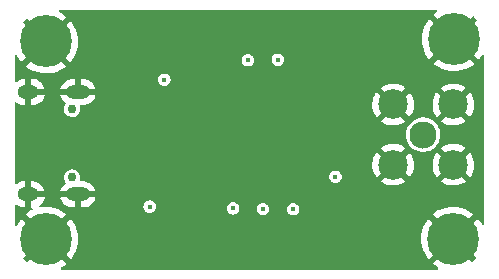
<source format=gbr>
%TF.GenerationSoftware,KiCad,Pcbnew,6.0.4-6f826c9f35~116~ubuntu20.04.1*%
%TF.CreationDate,2022-04-28T13:00:12+07:00*%
%TF.ProjectId,W2AEWPulseGenerator,57324145-5750-4756-9c73-6547656e6572,rev?*%
%TF.SameCoordinates,Original*%
%TF.FileFunction,Copper,L3,Inr*%
%TF.FilePolarity,Positive*%
%FSLAX46Y46*%
G04 Gerber Fmt 4.6, Leading zero omitted, Abs format (unit mm)*
G04 Created by KiCad (PCBNEW 6.0.4-6f826c9f35~116~ubuntu20.04.1) date 2022-04-28 13:00:12*
%MOMM*%
%LPD*%
G01*
G04 APERTURE LIST*
%TA.AperFunction,ComponentPad*%
%ADD10C,0.700000*%
%TD*%
%TA.AperFunction,ComponentPad*%
%ADD11C,4.400000*%
%TD*%
%TA.AperFunction,ComponentPad*%
%ADD12C,2.300000*%
%TD*%
%TA.AperFunction,ComponentPad*%
%ADD13C,2.500000*%
%TD*%
%TA.AperFunction,ComponentPad*%
%ADD14C,0.750000*%
%TD*%
%TA.AperFunction,ComponentPad*%
%ADD15O,2.000000X1.200000*%
%TD*%
%TA.AperFunction,ComponentPad*%
%ADD16O,1.800000X1.200000*%
%TD*%
%TA.AperFunction,ViaPad*%
%ADD17C,0.450000*%
%TD*%
G04 APERTURE END LIST*
D10*
%TO.N,GND*%
%TO.C,H3*%
X136460000Y-82090000D03*
X135293274Y-82573274D03*
X134810000Y-83740000D03*
D11*
X136460000Y-83740000D03*
D10*
X137626726Y-82573274D03*
X136460000Y-85390000D03*
X135293274Y-84906726D03*
X138110000Y-83740000D03*
X137626726Y-84906726D03*
%TD*%
%TO.N,GND*%
%TO.C,H4*%
X100823274Y-82573274D03*
X100823274Y-84906726D03*
X101990000Y-82090000D03*
X103156726Y-84906726D03*
X101990000Y-85390000D03*
X103640000Y-83740000D03*
X100340000Y-83740000D03*
D11*
X101990000Y-83740000D03*
D10*
X103156726Y-82573274D03*
%TD*%
D12*
%TO.N,/OUT*%
%TO.C,X1*%
X133921150Y-74904600D03*
D13*
%TO.N,GND*%
X131371250Y-72354700D03*
X136471050Y-72354700D03*
X136471050Y-77454500D03*
X131371250Y-77454500D03*
%TD*%
D14*
%TO.N,*%
%TO.C,USBC1*%
X104184600Y-72737900D03*
X104184600Y-78537900D03*
D15*
%TO.N,GND*%
X104684600Y-71307900D03*
D16*
X100484600Y-79967900D03*
D15*
X104684600Y-79967900D03*
D16*
X100484600Y-71307900D03*
%TD*%
D10*
%TO.N,GND*%
%TO.C,H2*%
X103630000Y-67020000D03*
X101980000Y-68670000D03*
X100813274Y-68186726D03*
X100330000Y-67020000D03*
X101980000Y-65370000D03*
X103146726Y-68186726D03*
X103146726Y-65853274D03*
D11*
X101980000Y-67020000D03*
D10*
X100813274Y-65853274D03*
%TD*%
D11*
%TO.N,GND*%
%TO.C,H1*%
X136520000Y-66820000D03*
D10*
X136520000Y-68470000D03*
X138170000Y-66820000D03*
X134870000Y-66820000D03*
X137686726Y-65653274D03*
X135353274Y-67986726D03*
X137686726Y-67986726D03*
X135353274Y-65653274D03*
X136520000Y-65170000D03*
%TD*%
D17*
%TO.N,VCC*%
X126490000Y-78470000D03*
X110750000Y-81000000D03*
X112000000Y-70250000D03*
%TO.N,GND*%
X116960000Y-76630000D03*
X134620000Y-64860000D03*
X124270000Y-81160000D03*
X120345200Y-81915000D03*
X112000000Y-83500000D03*
X127640000Y-73730000D03*
X119100600Y-67843400D03*
X122910600Y-81915000D03*
X116480000Y-77900000D03*
X128180000Y-81210000D03*
X114250000Y-83500000D03*
X122750000Y-69750000D03*
X116480000Y-79990000D03*
X117017800Y-72110600D03*
X115510000Y-68580000D03*
X129133600Y-72085200D03*
X118000000Y-69750000D03*
X117850000Y-81910000D03*
X107054000Y-72462900D03*
X128219200Y-77647800D03*
X107109400Y-78875000D03*
X109750000Y-80000000D03*
X109150000Y-74180000D03*
X129750000Y-73740000D03*
X120290000Y-70360000D03*
X126000000Y-73740000D03*
X121615200Y-67843400D03*
X117970000Y-73520000D03*
X126700000Y-76350000D03*
X129160000Y-76220000D03*
X124170000Y-79810000D03*
X125030000Y-75900000D03*
%TO.N,/OUT*%
X119075200Y-68607400D03*
X120345200Y-81203800D03*
X117830600Y-81153000D03*
X122910600Y-81229200D03*
X121615200Y-68555600D03*
%TD*%
%TA.AperFunction,Conductor*%
%TO.N,GND*%
G36*
X135031955Y-64342160D02*
G01*
X135078448Y-64395816D01*
X135088552Y-64466090D01*
X135059058Y-64530670D01*
X135028258Y-64556443D01*
X134998348Y-64574238D01*
X134992091Y-64578490D01*
X134806385Y-64721762D01*
X134797917Y-64733423D01*
X134804520Y-64745309D01*
X136520000Y-66460790D01*
X138593287Y-68534076D01*
X138606407Y-68541240D01*
X138616710Y-68533850D01*
X138720751Y-68406055D01*
X138725164Y-68399914D01*
X138859494Y-68187013D01*
X138912761Y-68140074D01*
X138982948Y-68129385D01*
X139047772Y-68158340D01*
X139086652Y-68217744D01*
X139092056Y-68254248D01*
X139092056Y-82407953D01*
X139072054Y-82476074D01*
X139018398Y-82522567D01*
X138948124Y-82532671D01*
X138883544Y-82503177D01*
X138858110Y-82472942D01*
X138697771Y-82206621D01*
X138693481Y-82200377D01*
X138557991Y-82026647D01*
X138546199Y-82018178D01*
X138534486Y-82024725D01*
X136460000Y-84099210D01*
X134745816Y-85813395D01*
X134738703Y-85826422D01*
X134746229Y-85836855D01*
X134885483Y-85949020D01*
X134891657Y-85953408D01*
X135148563Y-86113629D01*
X135195779Y-86166649D01*
X135206835Y-86236779D01*
X135178221Y-86301754D01*
X135119021Y-86340944D01*
X135081886Y-86346541D01*
X103361936Y-86346541D01*
X103293815Y-86326539D01*
X103247322Y-86272883D01*
X103237218Y-86202609D01*
X103266712Y-86138029D01*
X103298651Y-86111587D01*
X103488042Y-86001580D01*
X103494349Y-85997390D01*
X103704305Y-85838889D01*
X103712761Y-85827496D01*
X103706045Y-85815256D01*
X101631921Y-83741131D01*
X102354408Y-83741131D01*
X102354539Y-83742966D01*
X102358790Y-83749580D01*
X104063285Y-85454074D01*
X104076408Y-85461240D01*
X104086709Y-85453851D01*
X104190751Y-85326055D01*
X104195164Y-85319914D01*
X104365349Y-85050187D01*
X104369005Y-85043536D01*
X104505544Y-84755335D01*
X104508375Y-84748295D01*
X104609306Y-84445767D01*
X104611270Y-84438433D01*
X104675122Y-84125989D01*
X104676194Y-84118465D01*
X104702173Y-83799051D01*
X104702378Y-83794576D01*
X104702927Y-83742221D01*
X104702817Y-83737789D01*
X104701466Y-83715383D01*
X133747388Y-83715383D01*
X133763245Y-84033914D01*
X133764076Y-84041443D01*
X133818085Y-84355759D01*
X133819818Y-84363146D01*
X133911196Y-84668695D01*
X133913799Y-84675808D01*
X134041227Y-84968173D01*
X134044669Y-84974929D01*
X134206296Y-85249865D01*
X134210519Y-85256150D01*
X134361463Y-85453934D01*
X134372989Y-85462396D01*
X134385054Y-85455735D01*
X136087980Y-83752810D01*
X136095592Y-83738869D01*
X136095461Y-83737034D01*
X136091210Y-83730420D01*
X134386445Y-82025656D01*
X134373510Y-82018592D01*
X134362949Y-82026252D01*
X134242766Y-82177072D01*
X134238410Y-82183270D01*
X134071059Y-82454764D01*
X134067479Y-82461440D01*
X133933956Y-82751074D01*
X133931206Y-82758125D01*
X133833444Y-83061708D01*
X133831561Y-83069041D01*
X133770979Y-83382170D01*
X133769992Y-83389670D01*
X133747467Y-83707802D01*
X133747388Y-83715383D01*
X104701466Y-83715383D01*
X104683529Y-83417853D01*
X104682621Y-83410351D01*
X104625319Y-83096593D01*
X104623518Y-83089260D01*
X104528935Y-82784655D01*
X104526263Y-82777583D01*
X104395781Y-82486570D01*
X104392264Y-82479843D01*
X104227771Y-82206621D01*
X104223481Y-82200377D01*
X104087991Y-82026647D01*
X104076199Y-82018178D01*
X104064486Y-82024725D01*
X102362020Y-83727190D01*
X102354408Y-83741131D01*
X101631921Y-83741131D01*
X101630790Y-83740000D01*
X99916443Y-82025654D01*
X99903511Y-82018592D01*
X99892948Y-82026253D01*
X99772766Y-82177072D01*
X99768410Y-82183270D01*
X99601059Y-82454764D01*
X99597479Y-82461440D01*
X99559435Y-82543964D01*
X99512751Y-82597453D01*
X99444559Y-82617212D01*
X99376510Y-82596967D01*
X99330209Y-82543146D01*
X99319009Y-82491213D01*
X99319009Y-81653423D01*
X100267917Y-81653423D01*
X100274520Y-81665309D01*
X101977190Y-83367980D01*
X101991131Y-83375592D01*
X101992966Y-83375461D01*
X101999580Y-83371210D01*
X103704559Y-81666230D01*
X103711571Y-81653389D01*
X103703777Y-81642701D01*
X103541298Y-81514613D01*
X103535075Y-81510288D01*
X103262702Y-81344357D01*
X103256025Y-81340822D01*
X102965686Y-81208813D01*
X102958616Y-81206099D01*
X102654537Y-81109932D01*
X102647186Y-81108085D01*
X102333746Y-81049142D01*
X102326237Y-81048194D01*
X102007989Y-81027335D01*
X102000424Y-81027295D01*
X101681964Y-81044821D01*
X101674451Y-81045690D01*
X101565547Y-81064991D01*
X101494981Y-81057183D01*
X101439838Y-81012464D01*
X101417626Y-80945032D01*
X101435397Y-80876295D01*
X101465726Y-80841838D01*
X101547456Y-80777638D01*
X101556106Y-80769401D01*
X101686812Y-80618777D01*
X101693747Y-80609053D01*
X101793610Y-80436433D01*
X101798584Y-80425569D01*
X101864007Y-80237173D01*
X101864248Y-80236184D01*
X101864122Y-80235299D01*
X103209312Y-80235299D01*
X103230794Y-80324437D01*
X103234683Y-80335732D01*
X103317229Y-80517282D01*
X103323176Y-80527624D01*
X103438568Y-80690297D01*
X103446361Y-80699325D01*
X103590431Y-80837242D01*
X103599796Y-80844638D01*
X103767341Y-80952821D01*
X103777945Y-80958317D01*
X103962912Y-81032861D01*
X103974370Y-81036255D01*
X104171528Y-81074757D01*
X104180391Y-81075834D01*
X104183100Y-81075900D01*
X104412485Y-81075900D01*
X104427724Y-81071425D01*
X104428929Y-81070035D01*
X104430600Y-81062352D01*
X104430600Y-81057785D01*
X104938600Y-81057785D01*
X104943075Y-81073024D01*
X104944465Y-81074229D01*
X104952148Y-81075900D01*
X105134432Y-81075900D01*
X105140408Y-81075615D01*
X105289094Y-81061429D01*
X105300828Y-81059170D01*
X105492199Y-81003028D01*
X105499770Y-81000000D01*
X110219965Y-81000000D01*
X110238026Y-81137183D01*
X110290976Y-81265017D01*
X110329125Y-81314734D01*
X110370180Y-81368238D01*
X110370183Y-81368241D01*
X110375209Y-81374791D01*
X110484982Y-81459024D01*
X110492611Y-81462184D01*
X110605189Y-81508815D01*
X110605193Y-81508816D01*
X110612817Y-81511974D01*
X110620997Y-81513051D01*
X110621001Y-81513052D01*
X110741812Y-81528957D01*
X110750000Y-81530035D01*
X110758188Y-81528957D01*
X110878999Y-81513052D01*
X110879003Y-81513051D01*
X110887183Y-81511974D01*
X110894807Y-81508816D01*
X110894811Y-81508815D01*
X111007389Y-81462184D01*
X111015018Y-81459024D01*
X111124791Y-81374791D01*
X111129817Y-81368241D01*
X111129820Y-81368238D01*
X111170875Y-81314734D01*
X111209024Y-81265017D01*
X111255422Y-81153000D01*
X117300565Y-81153000D01*
X117318626Y-81290183D01*
X117371576Y-81418017D01*
X117403042Y-81459024D01*
X117450780Y-81521238D01*
X117450783Y-81521241D01*
X117455809Y-81527791D01*
X117565582Y-81612024D01*
X117573211Y-81615184D01*
X117685789Y-81661815D01*
X117685793Y-81661816D01*
X117693417Y-81664974D01*
X117701597Y-81666051D01*
X117701601Y-81666052D01*
X117822412Y-81681957D01*
X117830600Y-81683035D01*
X117838788Y-81681957D01*
X117959599Y-81666052D01*
X117959603Y-81666051D01*
X117967783Y-81664974D01*
X117975407Y-81661816D01*
X117975411Y-81661815D01*
X118087989Y-81615184D01*
X118095618Y-81612024D01*
X118205391Y-81527791D01*
X118210417Y-81521241D01*
X118210420Y-81521238D01*
X118258158Y-81459024D01*
X118289624Y-81418017D01*
X118342574Y-81290183D01*
X118353947Y-81203800D01*
X119815165Y-81203800D01*
X119833226Y-81340983D01*
X119886176Y-81468817D01*
X119908945Y-81498490D01*
X119965380Y-81572038D01*
X119965383Y-81572041D01*
X119970409Y-81578591D01*
X119976959Y-81583617D01*
X119976960Y-81583618D01*
X120073632Y-81657798D01*
X120080182Y-81662824D01*
X120087811Y-81665984D01*
X120200389Y-81712615D01*
X120200393Y-81712616D01*
X120208017Y-81715774D01*
X120216197Y-81716851D01*
X120216201Y-81716852D01*
X120337012Y-81732757D01*
X120345200Y-81733835D01*
X120353388Y-81732757D01*
X120474199Y-81716852D01*
X120474203Y-81716851D01*
X120482383Y-81715774D01*
X120490007Y-81712616D01*
X120490011Y-81712615D01*
X120602589Y-81665984D01*
X120610218Y-81662824D01*
X120616768Y-81657798D01*
X120713440Y-81583618D01*
X120713441Y-81583617D01*
X120719991Y-81578591D01*
X120725017Y-81572041D01*
X120725020Y-81572038D01*
X120781455Y-81498490D01*
X120804224Y-81468817D01*
X120857174Y-81340983D01*
X120871891Y-81229200D01*
X122380565Y-81229200D01*
X122398626Y-81366383D01*
X122451576Y-81494217D01*
X122481196Y-81532818D01*
X122530780Y-81597438D01*
X122530783Y-81597441D01*
X122535809Y-81603991D01*
X122542359Y-81609017D01*
X122542360Y-81609018D01*
X122615282Y-81664974D01*
X122645582Y-81688224D01*
X122653211Y-81691384D01*
X122765789Y-81738015D01*
X122765793Y-81738016D01*
X122773417Y-81741174D01*
X122781597Y-81742251D01*
X122781601Y-81742252D01*
X122902412Y-81758157D01*
X122910600Y-81759235D01*
X122918788Y-81758157D01*
X123039599Y-81742252D01*
X123039603Y-81742251D01*
X123047783Y-81741174D01*
X123055407Y-81738016D01*
X123055411Y-81738015D01*
X123167989Y-81691384D01*
X123175618Y-81688224D01*
X123205918Y-81664974D01*
X123220971Y-81653423D01*
X134737917Y-81653423D01*
X134744520Y-81665309D01*
X136447190Y-83367980D01*
X136461131Y-83375592D01*
X136462966Y-83375461D01*
X136469580Y-83371210D01*
X138174559Y-81666230D01*
X138181571Y-81653389D01*
X138173777Y-81642701D01*
X138011298Y-81514613D01*
X138005075Y-81510288D01*
X137732702Y-81344357D01*
X137726025Y-81340822D01*
X137435686Y-81208813D01*
X137428616Y-81206099D01*
X137124537Y-81109932D01*
X137117186Y-81108085D01*
X136803746Y-81049142D01*
X136796237Y-81048194D01*
X136477989Y-81027335D01*
X136470424Y-81027295D01*
X136151964Y-81044821D01*
X136144450Y-81045690D01*
X135830405Y-81101348D01*
X135823044Y-81103115D01*
X135517980Y-81196092D01*
X135510860Y-81198740D01*
X135219182Y-81327690D01*
X135212445Y-81331167D01*
X134938355Y-81494233D01*
X134932091Y-81498490D01*
X134746385Y-81641762D01*
X134737917Y-81653423D01*
X123220971Y-81653423D01*
X123278840Y-81609018D01*
X123278841Y-81609017D01*
X123285391Y-81603991D01*
X123290417Y-81597441D01*
X123290420Y-81597438D01*
X123340004Y-81532818D01*
X123369624Y-81494217D01*
X123422574Y-81366383D01*
X123440635Y-81229200D01*
X123422574Y-81092017D01*
X123369624Y-80964183D01*
X123317008Y-80895613D01*
X123290420Y-80860962D01*
X123290417Y-80860959D01*
X123285391Y-80854409D01*
X123272658Y-80844638D01*
X123182168Y-80775202D01*
X123175618Y-80770176D01*
X123167989Y-80767016D01*
X123055411Y-80720385D01*
X123055407Y-80720384D01*
X123047783Y-80717226D01*
X123039603Y-80716149D01*
X123039599Y-80716148D01*
X122918788Y-80700243D01*
X122910600Y-80699165D01*
X122773417Y-80717226D01*
X122645583Y-80770176D01*
X122535809Y-80854409D01*
X122451576Y-80964183D01*
X122398626Y-81092017D01*
X122380565Y-81229200D01*
X120871891Y-81229200D01*
X120875235Y-81203800D01*
X120857174Y-81066617D01*
X120804224Y-80938783D01*
X120744510Y-80860962D01*
X120725020Y-80835562D01*
X120725017Y-80835559D01*
X120719991Y-80829009D01*
X120643320Y-80770176D01*
X120616768Y-80749802D01*
X120610218Y-80744776D01*
X120551332Y-80720385D01*
X120490011Y-80694985D01*
X120490007Y-80694984D01*
X120482383Y-80691826D01*
X120474203Y-80690749D01*
X120474199Y-80690748D01*
X120353388Y-80674843D01*
X120345200Y-80673765D01*
X120208017Y-80691826D01*
X120080183Y-80744776D01*
X119970409Y-80829009D01*
X119886176Y-80938783D01*
X119833226Y-81066617D01*
X119815165Y-81203800D01*
X118353947Y-81203800D01*
X118360635Y-81153000D01*
X118342574Y-81015817D01*
X118289624Y-80887983D01*
X118240514Y-80823982D01*
X118210420Y-80784762D01*
X118210417Y-80784759D01*
X118205391Y-80778209D01*
X118194923Y-80770176D01*
X118102168Y-80699002D01*
X118095618Y-80693976D01*
X118049426Y-80674843D01*
X117975411Y-80644185D01*
X117975407Y-80644184D01*
X117967783Y-80641026D01*
X117959603Y-80639949D01*
X117959599Y-80639948D01*
X117838788Y-80624043D01*
X117830600Y-80622965D01*
X117693417Y-80641026D01*
X117565583Y-80693976D01*
X117455809Y-80778209D01*
X117371576Y-80887983D01*
X117318626Y-81015817D01*
X117300565Y-81153000D01*
X111255422Y-81153000D01*
X111261974Y-81137183D01*
X111280035Y-81000000D01*
X111261974Y-80862817D01*
X111209024Y-80734983D01*
X111162050Y-80673765D01*
X111129820Y-80631762D01*
X111129817Y-80631759D01*
X111124791Y-80625209D01*
X111103737Y-80609053D01*
X111021568Y-80546002D01*
X111015018Y-80540976D01*
X110957815Y-80517282D01*
X110894811Y-80491185D01*
X110894807Y-80491184D01*
X110887183Y-80488026D01*
X110879003Y-80486949D01*
X110878999Y-80486948D01*
X110758188Y-80471043D01*
X110750000Y-80469965D01*
X110612817Y-80488026D01*
X110484983Y-80540976D01*
X110375209Y-80625209D01*
X110290976Y-80734983D01*
X110238026Y-80862817D01*
X110219965Y-81000000D01*
X105499770Y-81000000D01*
X105503275Y-80998598D01*
X105680578Y-80907281D01*
X105690624Y-80900831D01*
X105847457Y-80777638D01*
X105856106Y-80769401D01*
X105986812Y-80618777D01*
X105993747Y-80609053D01*
X106093610Y-80436433D01*
X106098584Y-80425569D01*
X106164007Y-80237173D01*
X106164248Y-80236184D01*
X106162780Y-80225892D01*
X106149215Y-80221900D01*
X104956715Y-80221900D01*
X104941476Y-80226375D01*
X104940271Y-80227765D01*
X104938600Y-80235448D01*
X104938600Y-81057785D01*
X104430600Y-81057785D01*
X104430600Y-80240015D01*
X104426125Y-80224776D01*
X104424735Y-80223571D01*
X104417052Y-80221900D01*
X103224198Y-80221900D01*
X103210667Y-80225873D01*
X103209312Y-80235299D01*
X101864122Y-80235299D01*
X101862780Y-80225892D01*
X101849215Y-80221900D01*
X100756715Y-80221900D01*
X100741476Y-80226375D01*
X100740271Y-80227765D01*
X100738600Y-80235448D01*
X100738600Y-81057785D01*
X100743075Y-81073024D01*
X100744465Y-81074229D01*
X100754322Y-81076373D01*
X100816635Y-81110398D01*
X100850660Y-81172710D01*
X100845596Y-81243526D01*
X100803050Y-81300362D01*
X100778488Y-81314734D01*
X100749176Y-81327693D01*
X100742445Y-81331167D01*
X100468355Y-81494233D01*
X100462091Y-81498490D01*
X100276385Y-81641762D01*
X100267917Y-81653423D01*
X99319009Y-81653423D01*
X99319009Y-80959246D01*
X99339011Y-80891125D01*
X99392667Y-80844632D01*
X99462941Y-80834528D01*
X99513357Y-80853394D01*
X99667342Y-80952821D01*
X99677945Y-80958317D01*
X99862912Y-81032861D01*
X99874370Y-81036255D01*
X100071528Y-81074757D01*
X100080391Y-81075834D01*
X100083100Y-81075900D01*
X100212485Y-81075900D01*
X100227724Y-81071425D01*
X100228929Y-81070035D01*
X100230600Y-81062352D01*
X100230600Y-79695785D01*
X100738600Y-79695785D01*
X100743075Y-79711024D01*
X100744465Y-79712229D01*
X100752148Y-79713900D01*
X101845002Y-79713900D01*
X101858533Y-79709927D01*
X101859888Y-79700501D01*
X101859675Y-79699616D01*
X103204952Y-79699616D01*
X103206420Y-79709908D01*
X103219985Y-79713900D01*
X106145002Y-79713900D01*
X106158533Y-79709927D01*
X106159888Y-79700501D01*
X106138406Y-79611363D01*
X106134517Y-79600068D01*
X106051971Y-79418518D01*
X106046024Y-79408176D01*
X105930632Y-79245503D01*
X105922839Y-79236475D01*
X105778769Y-79098558D01*
X105769404Y-79091162D01*
X105601859Y-78982979D01*
X105591255Y-78977483D01*
X105406288Y-78902939D01*
X105394830Y-78899545D01*
X105197672Y-78861043D01*
X105188809Y-78859966D01*
X105186100Y-78859900D01*
X104966047Y-78859900D01*
X104897926Y-78839898D01*
X104851433Y-78786242D01*
X104841329Y-78715968D01*
X104841578Y-78714755D01*
X104841875Y-78714016D01*
X104864912Y-78552150D01*
X104865061Y-78537900D01*
X104863288Y-78523243D01*
X104856844Y-78470000D01*
X125959965Y-78470000D01*
X125978026Y-78607183D01*
X126030976Y-78735017D01*
X126070283Y-78786242D01*
X126110180Y-78838238D01*
X126110183Y-78838241D01*
X126115209Y-78844791D01*
X126121759Y-78849817D01*
X126121760Y-78849818D01*
X126136389Y-78861043D01*
X126224982Y-78929024D01*
X126232611Y-78932184D01*
X126345189Y-78978815D01*
X126345193Y-78978816D01*
X126352817Y-78981974D01*
X126360997Y-78983051D01*
X126361001Y-78983052D01*
X126481812Y-78998957D01*
X126490000Y-79000035D01*
X126498188Y-78998957D01*
X126618999Y-78983052D01*
X126619003Y-78983051D01*
X126627183Y-78981974D01*
X126634807Y-78978816D01*
X126634811Y-78978815D01*
X126747389Y-78932184D01*
X126755018Y-78929024D01*
X126840236Y-78863633D01*
X130326862Y-78863633D01*
X130335575Y-78875153D01*
X130433268Y-78946784D01*
X130441178Y-78951727D01*
X130664140Y-79069033D01*
X130672703Y-79072756D01*
X130910554Y-79155818D01*
X130919563Y-79158232D01*
X131167092Y-79205227D01*
X131176348Y-79206281D01*
X131428107Y-79216173D01*
X131437421Y-79215847D01*
X131687865Y-79188420D01*
X131697042Y-79186719D01*
X131940681Y-79122574D01*
X131949501Y-79119537D01*
X132180986Y-79020083D01*
X132189258Y-79015776D01*
X132403499Y-78883200D01*
X132410438Y-78878158D01*
X132418768Y-78865519D01*
X132417664Y-78863633D01*
X135426662Y-78863633D01*
X135435375Y-78875153D01*
X135533068Y-78946784D01*
X135540978Y-78951727D01*
X135763940Y-79069033D01*
X135772503Y-79072756D01*
X136010354Y-79155818D01*
X136019363Y-79158232D01*
X136266892Y-79205227D01*
X136276148Y-79206281D01*
X136527907Y-79216173D01*
X136537221Y-79215847D01*
X136787665Y-79188420D01*
X136796842Y-79186719D01*
X137040481Y-79122574D01*
X137049301Y-79119537D01*
X137280786Y-79020083D01*
X137289058Y-79015776D01*
X137503299Y-78883200D01*
X137510238Y-78878158D01*
X137518568Y-78865519D01*
X137512506Y-78855166D01*
X136483862Y-77826522D01*
X136469918Y-77818908D01*
X136468085Y-77819039D01*
X136461470Y-77823290D01*
X135433320Y-78851440D01*
X135426662Y-78863633D01*
X132417664Y-78863633D01*
X132412706Y-78855166D01*
X131384062Y-77826522D01*
X131370118Y-77818908D01*
X131368285Y-77819039D01*
X131361670Y-77823290D01*
X130333520Y-78851440D01*
X130326862Y-78863633D01*
X126840236Y-78863633D01*
X126843611Y-78861043D01*
X126858240Y-78849818D01*
X126858241Y-78849817D01*
X126864791Y-78844791D01*
X126869817Y-78838241D01*
X126869820Y-78838238D01*
X126909717Y-78786242D01*
X126949024Y-78735017D01*
X127001974Y-78607183D01*
X127020035Y-78470000D01*
X127001974Y-78332817D01*
X126949024Y-78204983D01*
X126906908Y-78150096D01*
X126869820Y-78101762D01*
X126869817Y-78101759D01*
X126864791Y-78095209D01*
X126755018Y-78010976D01*
X126747389Y-78007816D01*
X126634811Y-77961185D01*
X126634807Y-77961184D01*
X126627183Y-77958026D01*
X126619003Y-77956949D01*
X126618999Y-77956948D01*
X126498188Y-77941043D01*
X126490000Y-77939965D01*
X126352817Y-77958026D01*
X126224983Y-78010976D01*
X126115209Y-78095209D01*
X126030976Y-78204983D01*
X125978026Y-78332817D01*
X125959965Y-78470000D01*
X104856844Y-78470000D01*
X104846331Y-78383127D01*
X104845419Y-78375587D01*
X104787627Y-78222645D01*
X104704544Y-78101759D01*
X104699323Y-78094162D01*
X104699322Y-78094161D01*
X104695021Y-78087903D01*
X104572948Y-77979140D01*
X104566238Y-77975587D01*
X104435166Y-77906188D01*
X104435164Y-77906187D01*
X104428455Y-77902635D01*
X104377385Y-77889807D01*
X104277255Y-77864656D01*
X104277251Y-77864656D01*
X104269884Y-77862805D01*
X104262285Y-77862765D01*
X104262283Y-77862765D01*
X104194253Y-77862409D01*
X104106390Y-77861949D01*
X104099010Y-77863721D01*
X104099008Y-77863721D01*
X103954789Y-77898344D01*
X103954785Y-77898345D01*
X103947410Y-77900116D01*
X103889457Y-77930028D01*
X103829088Y-77961187D01*
X103802124Y-77975104D01*
X103796402Y-77980096D01*
X103796400Y-77980097D01*
X103684644Y-78077588D01*
X103684641Y-78077591D01*
X103678919Y-78082583D01*
X103584907Y-78216348D01*
X103525517Y-78368676D01*
X103524526Y-78376203D01*
X103509259Y-78492167D01*
X103504176Y-78530774D01*
X103522118Y-78693284D01*
X103524727Y-78700415D01*
X103524728Y-78700417D01*
X103556136Y-78786242D01*
X103578305Y-78846823D01*
X103582541Y-78853126D01*
X103582541Y-78853127D01*
X103630449Y-78924422D01*
X103651841Y-78992120D01*
X103633237Y-79060635D01*
X103603700Y-79093784D01*
X103521744Y-79158162D01*
X103513094Y-79166399D01*
X103382388Y-79317023D01*
X103375453Y-79326747D01*
X103275590Y-79499367D01*
X103270616Y-79510231D01*
X103205193Y-79698627D01*
X103204952Y-79699616D01*
X101859675Y-79699616D01*
X101838406Y-79611363D01*
X101834517Y-79600068D01*
X101751971Y-79418518D01*
X101746024Y-79408176D01*
X101630632Y-79245503D01*
X101622839Y-79236475D01*
X101478769Y-79098558D01*
X101469404Y-79091162D01*
X101301859Y-78982979D01*
X101291255Y-78977483D01*
X101106288Y-78902939D01*
X101094830Y-78899545D01*
X100897672Y-78861043D01*
X100888809Y-78859966D01*
X100886100Y-78859900D01*
X100756715Y-78859900D01*
X100741476Y-78864375D01*
X100740271Y-78865765D01*
X100738600Y-78873448D01*
X100738600Y-79695785D01*
X100230600Y-79695785D01*
X100230600Y-78878015D01*
X100226125Y-78862776D01*
X100224735Y-78861571D01*
X100217052Y-78859900D01*
X100134768Y-78859900D01*
X100128792Y-78860185D01*
X99980106Y-78874371D01*
X99968372Y-78876630D01*
X99777001Y-78932772D01*
X99765925Y-78937202D01*
X99588622Y-79028519D01*
X99578576Y-79034969D01*
X99522842Y-79078748D01*
X99456916Y-79105098D01*
X99387210Y-79091623D01*
X99335855Y-79042601D01*
X99319009Y-78979662D01*
X99319009Y-77413023D01*
X129609148Y-77413023D01*
X129621237Y-77664675D01*
X129622374Y-77673935D01*
X129671524Y-77921035D01*
X129674018Y-77930028D01*
X129759150Y-78167139D01*
X129762950Y-78175674D01*
X129882196Y-78397601D01*
X129887207Y-78405468D01*
X129950696Y-78490490D01*
X129961954Y-78498939D01*
X129974373Y-78492167D01*
X130999228Y-77467312D01*
X131005606Y-77455632D01*
X131735658Y-77455632D01*
X131735789Y-77457465D01*
X131740040Y-77464080D01*
X132771163Y-78495203D01*
X132783543Y-78501963D01*
X132791884Y-78495719D01*
X132918015Y-78299627D01*
X132922462Y-78291436D01*
X133025941Y-78061722D01*
X133029132Y-78052955D01*
X133097519Y-77810476D01*
X133099379Y-77801334D01*
X133131366Y-77549896D01*
X133131847Y-77543608D01*
X133134097Y-77457660D01*
X133133946Y-77451351D01*
X133131098Y-77413023D01*
X134708948Y-77413023D01*
X134721037Y-77664675D01*
X134722174Y-77673935D01*
X134771324Y-77921035D01*
X134773818Y-77930028D01*
X134858950Y-78167139D01*
X134862750Y-78175674D01*
X134981996Y-78397601D01*
X134987007Y-78405468D01*
X135050496Y-78490490D01*
X135061754Y-78498939D01*
X135074173Y-78492167D01*
X136099028Y-77467312D01*
X136105406Y-77455632D01*
X136835458Y-77455632D01*
X136835589Y-77457465D01*
X136839840Y-77464080D01*
X137870963Y-78495203D01*
X137883343Y-78501963D01*
X137891684Y-78495719D01*
X138017815Y-78299627D01*
X138022262Y-78291436D01*
X138125741Y-78061722D01*
X138128932Y-78052955D01*
X138197319Y-77810476D01*
X138199179Y-77801334D01*
X138231166Y-77549896D01*
X138231647Y-77543608D01*
X138233897Y-77457660D01*
X138233746Y-77451351D01*
X138214962Y-77198574D01*
X138213586Y-77189368D01*
X138157979Y-76943626D01*
X138155255Y-76934715D01*
X138063938Y-76699892D01*
X138059927Y-76691483D01*
X137934904Y-76472740D01*
X137929693Y-76465014D01*
X137892441Y-76417761D01*
X137880516Y-76409290D01*
X137868984Y-76415776D01*
X136843072Y-77441688D01*
X136835458Y-77455632D01*
X136105406Y-77455632D01*
X136106642Y-77453368D01*
X136106511Y-77451535D01*
X136102260Y-77444920D01*
X135072371Y-76415031D01*
X135059063Y-76407764D01*
X135049024Y-76414886D01*
X135038811Y-76427166D01*
X135033396Y-76434758D01*
X134902696Y-76650146D01*
X134898458Y-76658463D01*
X134801031Y-76890799D01*
X134798070Y-76899649D01*
X134736056Y-77143831D01*
X134734434Y-77153028D01*
X134709193Y-77403698D01*
X134708948Y-77413023D01*
X133131098Y-77413023D01*
X133115162Y-77198574D01*
X133113786Y-77189368D01*
X133058179Y-76943626D01*
X133055455Y-76934715D01*
X132964138Y-76699892D01*
X132960127Y-76691483D01*
X132835104Y-76472740D01*
X132829893Y-76465014D01*
X132792641Y-76417761D01*
X132780716Y-76409290D01*
X132769184Y-76415776D01*
X131743272Y-77441688D01*
X131735658Y-77455632D01*
X131005606Y-77455632D01*
X131006842Y-77453368D01*
X131006711Y-77451535D01*
X131002460Y-77444920D01*
X129972571Y-76415031D01*
X129959263Y-76407764D01*
X129949224Y-76414886D01*
X129939011Y-76427166D01*
X129933596Y-76434758D01*
X129802896Y-76650146D01*
X129798658Y-76658463D01*
X129701231Y-76890799D01*
X129698270Y-76899649D01*
X129636256Y-77143831D01*
X129634634Y-77153028D01*
X129609393Y-77403698D01*
X129609148Y-77413023D01*
X99319009Y-77413023D01*
X99319009Y-76043303D01*
X130324466Y-76043303D01*
X130329039Y-76053079D01*
X131358438Y-77082478D01*
X131372382Y-77090092D01*
X131374215Y-77089961D01*
X131380830Y-77085710D01*
X132409669Y-76056871D01*
X132416053Y-76045181D01*
X132406641Y-76033070D01*
X132269843Y-75938170D01*
X132261815Y-75933442D01*
X132035843Y-75822005D01*
X132027210Y-75818517D01*
X131787248Y-75741705D01*
X131778188Y-75739529D01*
X131529510Y-75699029D01*
X131520223Y-75698217D01*
X131268303Y-75694919D01*
X131258992Y-75695489D01*
X131009347Y-75729464D01*
X131000228Y-75731402D01*
X130758348Y-75801904D01*
X130749617Y-75805167D01*
X130520808Y-75910651D01*
X130512656Y-75915170D01*
X130333603Y-76032562D01*
X130324466Y-76043303D01*
X99319009Y-76043303D01*
X99319009Y-74869040D01*
X132466113Y-74869040D01*
X132466410Y-74874192D01*
X132466410Y-74874196D01*
X132479546Y-75102003D01*
X132479547Y-75102009D01*
X132479844Y-75107162D01*
X132532281Y-75339845D01*
X132534225Y-75344632D01*
X132534226Y-75344636D01*
X132573110Y-75440395D01*
X132622017Y-75560839D01*
X132746643Y-75764209D01*
X132902810Y-75944494D01*
X133086326Y-76096852D01*
X133292262Y-76217191D01*
X133515087Y-76302280D01*
X133520155Y-76303311D01*
X133520158Y-76303312D01*
X133635417Y-76326762D01*
X133748816Y-76349833D01*
X133753989Y-76350023D01*
X133753992Y-76350023D01*
X133982011Y-76358384D01*
X133982015Y-76358384D01*
X133987175Y-76358573D01*
X133992296Y-76357917D01*
X134218639Y-76328921D01*
X134218640Y-76328921D01*
X134223759Y-76328265D01*
X134452218Y-76259725D01*
X134666414Y-76154791D01*
X134747642Y-76096852D01*
X134822715Y-76043303D01*
X135424266Y-76043303D01*
X135428839Y-76053079D01*
X136458238Y-77082478D01*
X136472182Y-77090092D01*
X136474015Y-77089961D01*
X136480630Y-77085710D01*
X137509469Y-76056871D01*
X137515853Y-76045181D01*
X137506441Y-76033070D01*
X137369643Y-75938170D01*
X137361615Y-75933442D01*
X137135643Y-75822005D01*
X137127010Y-75818517D01*
X136887048Y-75741705D01*
X136877988Y-75739529D01*
X136629310Y-75699029D01*
X136620023Y-75698217D01*
X136368103Y-75694919D01*
X136358792Y-75695489D01*
X136109147Y-75729464D01*
X136100028Y-75731402D01*
X135858148Y-75801904D01*
X135849417Y-75805167D01*
X135620608Y-75910651D01*
X135612456Y-75915170D01*
X135433403Y-76032562D01*
X135424266Y-76043303D01*
X134822715Y-76043303D01*
X134856392Y-76019281D01*
X134860595Y-76016283D01*
X135029547Y-75847920D01*
X135168732Y-75654223D01*
X135217256Y-75556044D01*
X135272119Y-75445037D01*
X135272120Y-75445035D01*
X135274413Y-75440395D01*
X135343750Y-75212177D01*
X135344425Y-75207051D01*
X135374446Y-74979021D01*
X135374447Y-74979014D01*
X135374883Y-74975699D01*
X135376621Y-74904600D01*
X135368905Y-74810743D01*
X135357501Y-74672035D01*
X135357500Y-74672029D01*
X135357077Y-74666884D01*
X135298971Y-74435552D01*
X135286565Y-74407020D01*
X135205922Y-74221553D01*
X135205920Y-74221550D01*
X135203862Y-74216816D01*
X135074305Y-74016551D01*
X135045510Y-73984905D01*
X134917257Y-73843958D01*
X134917255Y-73843957D01*
X134913779Y-73840136D01*
X134909728Y-73836937D01*
X134909724Y-73836933D01*
X134817163Y-73763833D01*
X135426662Y-73763833D01*
X135435375Y-73775353D01*
X135533068Y-73846984D01*
X135540978Y-73851927D01*
X135763940Y-73969233D01*
X135772503Y-73972956D01*
X136010354Y-74056018D01*
X136019363Y-74058432D01*
X136266892Y-74105427D01*
X136276148Y-74106481D01*
X136527907Y-74116373D01*
X136537221Y-74116047D01*
X136787665Y-74088620D01*
X136796842Y-74086919D01*
X137040481Y-74022774D01*
X137049301Y-74019737D01*
X137280786Y-73920283D01*
X137289058Y-73915976D01*
X137503299Y-73783400D01*
X137510238Y-73778358D01*
X137518568Y-73765719D01*
X137512506Y-73755366D01*
X136483862Y-72726722D01*
X136469918Y-72719108D01*
X136468085Y-72719239D01*
X136461470Y-72723490D01*
X135433320Y-73751640D01*
X135426662Y-73763833D01*
X134817163Y-73763833D01*
X134730650Y-73695509D01*
X134730646Y-73695507D01*
X134726595Y-73692307D01*
X134687275Y-73670601D01*
X134670832Y-73661524D01*
X134517781Y-73577036D01*
X134512912Y-73575312D01*
X134512908Y-73575310D01*
X134297813Y-73499141D01*
X134297811Y-73499140D01*
X134292944Y-73497417D01*
X134175533Y-73476503D01*
X134063210Y-73456494D01*
X134063206Y-73456494D01*
X134058122Y-73455588D01*
X133974290Y-73454564D01*
X133824790Y-73452737D01*
X133824788Y-73452737D01*
X133819621Y-73452674D01*
X133583848Y-73488753D01*
X133357132Y-73562855D01*
X133352544Y-73565243D01*
X133352540Y-73565245D01*
X133150153Y-73670601D01*
X133145564Y-73672990D01*
X133141431Y-73676093D01*
X133141428Y-73676095D01*
X132958960Y-73813097D01*
X132954825Y-73816202D01*
X132790037Y-73988642D01*
X132655625Y-74185682D01*
X132555201Y-74402028D01*
X132491459Y-74631872D01*
X132466113Y-74869040D01*
X99319009Y-74869040D01*
X99319009Y-73763833D01*
X130326862Y-73763833D01*
X130335575Y-73775353D01*
X130433268Y-73846984D01*
X130441178Y-73851927D01*
X130664140Y-73969233D01*
X130672703Y-73972956D01*
X130910554Y-74056018D01*
X130919563Y-74058432D01*
X131167092Y-74105427D01*
X131176348Y-74106481D01*
X131428107Y-74116373D01*
X131437421Y-74116047D01*
X131687865Y-74088620D01*
X131697042Y-74086919D01*
X131940681Y-74022774D01*
X131949501Y-74019737D01*
X132180986Y-73920283D01*
X132189258Y-73915976D01*
X132403499Y-73783400D01*
X132410438Y-73778358D01*
X132418768Y-73765719D01*
X132412706Y-73755366D01*
X131384062Y-72726722D01*
X131370118Y-72719108D01*
X131368285Y-72719239D01*
X131361670Y-72723490D01*
X130333520Y-73751640D01*
X130326862Y-73763833D01*
X99319009Y-73763833D01*
X99319009Y-72299246D01*
X99339011Y-72231125D01*
X99392667Y-72184632D01*
X99462941Y-72174528D01*
X99513357Y-72193394D01*
X99667342Y-72292821D01*
X99677945Y-72298317D01*
X99862912Y-72372861D01*
X99874370Y-72376255D01*
X100071528Y-72414757D01*
X100080391Y-72415834D01*
X100083100Y-72415900D01*
X100212485Y-72415900D01*
X100227724Y-72411425D01*
X100228929Y-72410035D01*
X100230600Y-72402352D01*
X100230600Y-72397785D01*
X100738600Y-72397785D01*
X100743075Y-72413024D01*
X100744465Y-72414229D01*
X100752148Y-72415900D01*
X100834432Y-72415900D01*
X100840408Y-72415615D01*
X100989094Y-72401429D01*
X101000828Y-72399170D01*
X101192199Y-72343028D01*
X101203275Y-72338598D01*
X101380578Y-72247281D01*
X101390624Y-72240831D01*
X101547457Y-72117638D01*
X101556106Y-72109401D01*
X101686812Y-71958777D01*
X101693747Y-71949053D01*
X101793610Y-71776433D01*
X101798584Y-71765569D01*
X101864007Y-71577173D01*
X101864248Y-71576184D01*
X101864122Y-71575299D01*
X103209312Y-71575299D01*
X103230794Y-71664437D01*
X103234683Y-71675732D01*
X103317229Y-71857282D01*
X103323176Y-71867624D01*
X103438568Y-72030297D01*
X103446361Y-72039325D01*
X103590431Y-72177242D01*
X103601436Y-72185933D01*
X103642499Y-72243849D01*
X103645731Y-72314772D01*
X103626430Y-72357266D01*
X103589279Y-72410126D01*
X103589276Y-72410131D01*
X103584907Y-72416348D01*
X103525517Y-72568676D01*
X103524526Y-72576203D01*
X103505695Y-72719239D01*
X103504176Y-72730774D01*
X103522118Y-72893284D01*
X103524727Y-72900415D01*
X103524728Y-72900417D01*
X103547236Y-72961922D01*
X103578305Y-73046823D01*
X103582541Y-73053126D01*
X103582541Y-73053127D01*
X103665260Y-73176227D01*
X103665263Y-73176230D01*
X103669494Y-73182527D01*
X103790422Y-73292563D01*
X103819010Y-73308085D01*
X103927429Y-73366952D01*
X103927431Y-73366953D01*
X103934106Y-73370577D01*
X103941455Y-73372505D01*
X104084901Y-73410137D01*
X104084903Y-73410137D01*
X104092251Y-73412065D01*
X104175532Y-73413373D01*
X104248129Y-73414514D01*
X104248132Y-73414514D01*
X104255728Y-73414633D01*
X104263133Y-73412937D01*
X104263134Y-73412937D01*
X104407697Y-73379828D01*
X104415098Y-73378133D01*
X104561161Y-73304670D01*
X104685485Y-73198488D01*
X104696955Y-73182527D01*
X104776461Y-73071883D01*
X104776462Y-73071882D01*
X104780893Y-73065715D01*
X104841875Y-72914016D01*
X104864912Y-72752150D01*
X104865061Y-72737900D01*
X104863709Y-72726722D01*
X104846331Y-72583127D01*
X104845419Y-72575587D01*
X104843636Y-72570867D01*
X104846763Y-72501028D01*
X104887781Y-72443079D01*
X104953617Y-72416505D01*
X104965950Y-72415900D01*
X105134432Y-72415900D01*
X105140408Y-72415615D01*
X105289094Y-72401429D01*
X105300828Y-72399170D01*
X105492199Y-72343028D01*
X105503275Y-72338598D01*
X105552544Y-72313223D01*
X129609148Y-72313223D01*
X129621237Y-72564875D01*
X129622374Y-72574135D01*
X129671524Y-72821235D01*
X129674018Y-72830228D01*
X129759150Y-73067339D01*
X129762950Y-73075874D01*
X129882196Y-73297801D01*
X129887207Y-73305668D01*
X129950696Y-73390690D01*
X129961954Y-73399139D01*
X129974373Y-73392367D01*
X130999228Y-72367512D01*
X131005606Y-72355832D01*
X131735658Y-72355832D01*
X131735789Y-72357665D01*
X131740040Y-72364280D01*
X132771163Y-73395403D01*
X132783543Y-73402163D01*
X132791884Y-73395919D01*
X132918015Y-73199827D01*
X132922462Y-73191636D01*
X133025941Y-72961922D01*
X133029132Y-72953155D01*
X133097519Y-72710676D01*
X133099379Y-72701534D01*
X133131366Y-72450096D01*
X133131847Y-72443808D01*
X133134097Y-72357860D01*
X133133946Y-72351551D01*
X133131098Y-72313223D01*
X134708948Y-72313223D01*
X134721037Y-72564875D01*
X134722174Y-72574135D01*
X134771324Y-72821235D01*
X134773818Y-72830228D01*
X134858950Y-73067339D01*
X134862750Y-73075874D01*
X134981996Y-73297801D01*
X134987007Y-73305668D01*
X135050496Y-73390690D01*
X135061754Y-73399139D01*
X135074173Y-73392367D01*
X136099028Y-72367512D01*
X136105406Y-72355832D01*
X136835458Y-72355832D01*
X136835589Y-72357665D01*
X136839840Y-72364280D01*
X137870963Y-73395403D01*
X137883343Y-73402163D01*
X137891684Y-73395919D01*
X138017815Y-73199827D01*
X138022262Y-73191636D01*
X138125741Y-72961922D01*
X138128932Y-72953155D01*
X138197319Y-72710676D01*
X138199179Y-72701534D01*
X138231166Y-72450096D01*
X138231647Y-72443808D01*
X138233897Y-72357860D01*
X138233746Y-72351551D01*
X138214962Y-72098774D01*
X138213586Y-72089568D01*
X138157979Y-71843826D01*
X138155255Y-71834915D01*
X138063938Y-71600092D01*
X138059927Y-71591683D01*
X137934904Y-71372940D01*
X137929693Y-71365214D01*
X137892441Y-71317961D01*
X137880516Y-71309490D01*
X137868984Y-71315976D01*
X136843072Y-72341888D01*
X136835458Y-72355832D01*
X136105406Y-72355832D01*
X136106642Y-72353568D01*
X136106511Y-72351735D01*
X136102260Y-72345120D01*
X135072371Y-71315231D01*
X135059063Y-71307964D01*
X135049024Y-71315086D01*
X135038811Y-71327366D01*
X135033396Y-71334958D01*
X134902696Y-71550346D01*
X134898458Y-71558663D01*
X134801031Y-71790999D01*
X134798070Y-71799849D01*
X134736056Y-72044031D01*
X134734434Y-72053228D01*
X134709193Y-72303898D01*
X134708948Y-72313223D01*
X133131098Y-72313223D01*
X133115162Y-72098774D01*
X133113786Y-72089568D01*
X133058179Y-71843826D01*
X133055455Y-71834915D01*
X132964138Y-71600092D01*
X132960127Y-71591683D01*
X132835104Y-71372940D01*
X132829893Y-71365214D01*
X132792641Y-71317961D01*
X132780716Y-71309490D01*
X132769184Y-71315976D01*
X131743272Y-72341888D01*
X131735658Y-72355832D01*
X131005606Y-72355832D01*
X131006842Y-72353568D01*
X131006711Y-72351735D01*
X131002460Y-72345120D01*
X129972571Y-71315231D01*
X129959263Y-71307964D01*
X129949224Y-71315086D01*
X129939011Y-71327366D01*
X129933596Y-71334958D01*
X129802896Y-71550346D01*
X129798658Y-71558663D01*
X129701231Y-71790999D01*
X129698270Y-71799849D01*
X129636256Y-72044031D01*
X129634634Y-72053228D01*
X129609393Y-72303898D01*
X129609148Y-72313223D01*
X105552544Y-72313223D01*
X105680578Y-72247281D01*
X105690624Y-72240831D01*
X105847457Y-72117638D01*
X105856106Y-72109401D01*
X105986812Y-71958777D01*
X105993747Y-71949053D01*
X106093610Y-71776433D01*
X106098584Y-71765569D01*
X106164007Y-71577173D01*
X106164248Y-71576184D01*
X106162780Y-71565892D01*
X106149215Y-71561900D01*
X103224198Y-71561900D01*
X103210667Y-71565873D01*
X103209312Y-71575299D01*
X101864122Y-71575299D01*
X101862780Y-71565892D01*
X101849215Y-71561900D01*
X100756715Y-71561900D01*
X100741476Y-71566375D01*
X100740271Y-71567765D01*
X100738600Y-71575448D01*
X100738600Y-72397785D01*
X100230600Y-72397785D01*
X100230600Y-71035785D01*
X100738600Y-71035785D01*
X100743075Y-71051024D01*
X100744465Y-71052229D01*
X100752148Y-71053900D01*
X101845002Y-71053900D01*
X101858533Y-71049927D01*
X101859888Y-71040501D01*
X101859675Y-71039616D01*
X103204952Y-71039616D01*
X103206420Y-71049908D01*
X103219985Y-71053900D01*
X104412485Y-71053900D01*
X104427724Y-71049425D01*
X104428929Y-71048035D01*
X104430600Y-71040352D01*
X104430600Y-71035785D01*
X104938600Y-71035785D01*
X104943075Y-71051024D01*
X104944465Y-71052229D01*
X104952148Y-71053900D01*
X106145002Y-71053900D01*
X106158533Y-71049927D01*
X106159888Y-71040501D01*
X106138406Y-70951363D01*
X106135700Y-70943503D01*
X130324466Y-70943503D01*
X130329039Y-70953279D01*
X131358438Y-71982678D01*
X131372382Y-71990292D01*
X131374215Y-71990161D01*
X131380830Y-71985910D01*
X132409669Y-70957071D01*
X132416053Y-70945381D01*
X132414594Y-70943503D01*
X135424266Y-70943503D01*
X135428839Y-70953279D01*
X136458238Y-71982678D01*
X136472182Y-71990292D01*
X136474015Y-71990161D01*
X136480630Y-71985910D01*
X137509469Y-70957071D01*
X137515853Y-70945381D01*
X137506441Y-70933270D01*
X137369643Y-70838370D01*
X137361615Y-70833642D01*
X137135643Y-70722205D01*
X137127010Y-70718717D01*
X136887048Y-70641905D01*
X136877988Y-70639729D01*
X136629310Y-70599229D01*
X136620023Y-70598417D01*
X136368103Y-70595119D01*
X136358792Y-70595689D01*
X136109147Y-70629664D01*
X136100028Y-70631602D01*
X135858148Y-70702104D01*
X135849417Y-70705367D01*
X135620608Y-70810851D01*
X135612456Y-70815370D01*
X135433403Y-70932762D01*
X135424266Y-70943503D01*
X132414594Y-70943503D01*
X132406641Y-70933270D01*
X132269843Y-70838370D01*
X132261815Y-70833642D01*
X132035843Y-70722205D01*
X132027210Y-70718717D01*
X131787248Y-70641905D01*
X131778188Y-70639729D01*
X131529510Y-70599229D01*
X131520223Y-70598417D01*
X131268303Y-70595119D01*
X131258992Y-70595689D01*
X131009347Y-70629664D01*
X131000228Y-70631602D01*
X130758348Y-70702104D01*
X130749617Y-70705367D01*
X130520808Y-70810851D01*
X130512656Y-70815370D01*
X130333603Y-70932762D01*
X130324466Y-70943503D01*
X106135700Y-70943503D01*
X106134517Y-70940068D01*
X106051971Y-70758518D01*
X106046024Y-70748176D01*
X105930632Y-70585503D01*
X105922839Y-70576475D01*
X105778769Y-70438558D01*
X105769404Y-70431162D01*
X105601859Y-70322979D01*
X105591255Y-70317483D01*
X105423809Y-70250000D01*
X111469965Y-70250000D01*
X111488026Y-70387183D01*
X111540976Y-70515017D01*
X111583092Y-70569904D01*
X111620180Y-70618238D01*
X111620183Y-70618241D01*
X111625209Y-70624791D01*
X111734982Y-70709024D01*
X111742611Y-70712184D01*
X111855189Y-70758815D01*
X111855193Y-70758816D01*
X111862817Y-70761974D01*
X111870997Y-70763051D01*
X111871001Y-70763052D01*
X111991812Y-70778957D01*
X112000000Y-70780035D01*
X112008188Y-70778957D01*
X112128999Y-70763052D01*
X112129003Y-70763051D01*
X112137183Y-70761974D01*
X112144807Y-70758816D01*
X112144811Y-70758815D01*
X112257389Y-70712184D01*
X112265018Y-70709024D01*
X112374791Y-70624791D01*
X112379817Y-70618241D01*
X112379820Y-70618238D01*
X112416908Y-70569904D01*
X112459024Y-70515017D01*
X112511974Y-70387183D01*
X112530035Y-70250000D01*
X112511974Y-70112817D01*
X112459024Y-69984983D01*
X112416908Y-69930096D01*
X112379820Y-69881762D01*
X112379817Y-69881759D01*
X112374791Y-69875209D01*
X112265018Y-69790976D01*
X112257389Y-69787816D01*
X112144811Y-69741185D01*
X112144807Y-69741184D01*
X112137183Y-69738026D01*
X112129003Y-69736949D01*
X112128999Y-69736948D01*
X112008188Y-69721043D01*
X112000000Y-69719965D01*
X111862817Y-69738026D01*
X111734983Y-69790976D01*
X111625209Y-69875209D01*
X111540976Y-69984983D01*
X111488026Y-70112817D01*
X111469965Y-70250000D01*
X105423809Y-70250000D01*
X105406288Y-70242939D01*
X105394830Y-70239545D01*
X105197672Y-70201043D01*
X105188809Y-70199966D01*
X105186100Y-70199900D01*
X104956715Y-70199900D01*
X104941476Y-70204375D01*
X104940271Y-70205765D01*
X104938600Y-70213448D01*
X104938600Y-71035785D01*
X104430600Y-71035785D01*
X104430600Y-70218015D01*
X104426125Y-70202776D01*
X104424735Y-70201571D01*
X104417052Y-70199900D01*
X104234768Y-70199900D01*
X104228792Y-70200185D01*
X104080106Y-70214371D01*
X104068372Y-70216630D01*
X103877001Y-70272772D01*
X103865925Y-70277202D01*
X103688622Y-70368519D01*
X103678576Y-70374969D01*
X103521743Y-70498162D01*
X103513094Y-70506399D01*
X103382388Y-70657023D01*
X103375453Y-70666747D01*
X103275590Y-70839367D01*
X103270616Y-70850231D01*
X103205193Y-71038627D01*
X103204952Y-71039616D01*
X101859675Y-71039616D01*
X101838406Y-70951363D01*
X101834517Y-70940068D01*
X101751971Y-70758518D01*
X101746024Y-70748176D01*
X101630632Y-70585503D01*
X101622839Y-70576475D01*
X101478769Y-70438558D01*
X101469404Y-70431162D01*
X101301859Y-70322979D01*
X101291255Y-70317483D01*
X101106288Y-70242939D01*
X101094830Y-70239545D01*
X100897672Y-70201043D01*
X100888809Y-70199966D01*
X100886100Y-70199900D01*
X100756715Y-70199900D01*
X100741476Y-70204375D01*
X100740271Y-70205765D01*
X100738600Y-70213448D01*
X100738600Y-71035785D01*
X100230600Y-71035785D01*
X100230600Y-70218015D01*
X100226125Y-70202776D01*
X100224735Y-70201571D01*
X100217052Y-70199900D01*
X100134768Y-70199900D01*
X100128792Y-70200185D01*
X99980106Y-70214371D01*
X99968372Y-70216630D01*
X99777001Y-70272772D01*
X99765925Y-70277202D01*
X99588622Y-70368519D01*
X99578576Y-70374969D01*
X99522842Y-70418748D01*
X99456916Y-70445098D01*
X99387210Y-70431623D01*
X99335855Y-70382601D01*
X99319009Y-70319662D01*
X99319009Y-69106423D01*
X100258703Y-69106423D01*
X100266227Y-69116854D01*
X100405483Y-69229020D01*
X100411657Y-69233408D01*
X100682271Y-69402178D01*
X100688931Y-69405794D01*
X100977852Y-69540827D01*
X100984905Y-69543620D01*
X101287970Y-69642970D01*
X101295282Y-69644888D01*
X101608092Y-69707109D01*
X101615590Y-69708137D01*
X101933610Y-69732328D01*
X101941173Y-69732446D01*
X102259785Y-69718257D01*
X102267326Y-69717465D01*
X102581924Y-69665101D01*
X102589302Y-69663411D01*
X102895355Y-69573625D01*
X102902450Y-69571071D01*
X103195496Y-69445169D01*
X103202263Y-69441765D01*
X103478042Y-69281580D01*
X103484349Y-69277390D01*
X103694305Y-69118889D01*
X103702761Y-69107496D01*
X103696045Y-69095256D01*
X101992810Y-67392020D01*
X101978869Y-67384408D01*
X101977034Y-67384539D01*
X101970420Y-67388790D01*
X100265818Y-69093393D01*
X100258703Y-69106423D01*
X99319009Y-69106423D01*
X99319009Y-68296883D01*
X99339011Y-68228762D01*
X99392667Y-68182269D01*
X99462941Y-68172165D01*
X99527521Y-68201659D01*
X99559304Y-68244894D01*
X99559504Y-68244792D01*
X99560124Y-68246008D01*
X99560514Y-68246539D01*
X99561223Y-68248165D01*
X99564669Y-68254929D01*
X99726296Y-68529865D01*
X99730519Y-68536150D01*
X99881463Y-68733934D01*
X99892989Y-68742396D01*
X99905054Y-68735735D01*
X101619659Y-67021131D01*
X102344408Y-67021131D01*
X102344539Y-67022966D01*
X102348790Y-67029580D01*
X104053285Y-68734074D01*
X104066408Y-68741240D01*
X104076709Y-68733851D01*
X104179656Y-68607400D01*
X118545165Y-68607400D01*
X118563226Y-68744583D01*
X118616176Y-68872417D01*
X118655633Y-68923838D01*
X118695380Y-68975638D01*
X118695383Y-68975641D01*
X118700409Y-68982191D01*
X118810182Y-69066424D01*
X118817811Y-69069584D01*
X118930389Y-69116215D01*
X118930393Y-69116216D01*
X118938017Y-69119374D01*
X118946197Y-69120451D01*
X118946201Y-69120452D01*
X119067012Y-69136357D01*
X119075200Y-69137435D01*
X119083388Y-69136357D01*
X119204199Y-69120452D01*
X119204203Y-69120451D01*
X119212383Y-69119374D01*
X119220007Y-69116216D01*
X119220011Y-69116215D01*
X119332589Y-69069584D01*
X119340218Y-69066424D01*
X119449991Y-68982191D01*
X119455017Y-68975641D01*
X119455020Y-68975638D01*
X119494767Y-68923838D01*
X119534224Y-68872417D01*
X119587174Y-68744583D01*
X119605235Y-68607400D01*
X119598415Y-68555600D01*
X121085165Y-68555600D01*
X121103226Y-68692783D01*
X121156176Y-68820617D01*
X121190069Y-68864787D01*
X121235380Y-68923838D01*
X121235383Y-68923841D01*
X121240409Y-68930391D01*
X121350182Y-69014624D01*
X121357811Y-69017784D01*
X121470389Y-69064415D01*
X121470393Y-69064416D01*
X121478017Y-69067574D01*
X121486197Y-69068651D01*
X121486201Y-69068652D01*
X121607012Y-69084557D01*
X121615200Y-69085635D01*
X121623388Y-69084557D01*
X121744199Y-69068652D01*
X121744203Y-69068651D01*
X121752383Y-69067574D01*
X121760007Y-69064416D01*
X121760011Y-69064415D01*
X121872589Y-69017784D01*
X121880218Y-69014624D01*
X121989991Y-68930391D01*
X121995017Y-68923841D01*
X121995020Y-68923838D01*
X122008383Y-68906423D01*
X134798703Y-68906423D01*
X134806227Y-68916854D01*
X134945483Y-69029020D01*
X134951657Y-69033408D01*
X135222271Y-69202178D01*
X135228931Y-69205794D01*
X135517852Y-69340827D01*
X135524905Y-69343620D01*
X135827970Y-69442970D01*
X135835282Y-69444888D01*
X136148092Y-69507109D01*
X136155590Y-69508137D01*
X136473610Y-69532328D01*
X136481173Y-69532446D01*
X136799785Y-69518257D01*
X136807326Y-69517465D01*
X137121924Y-69465101D01*
X137129302Y-69463411D01*
X137435355Y-69373625D01*
X137442450Y-69371071D01*
X137735496Y-69245169D01*
X137742263Y-69241765D01*
X138018042Y-69081580D01*
X138024349Y-69077390D01*
X138234305Y-68918889D01*
X138242761Y-68907496D01*
X138236045Y-68895256D01*
X136532810Y-67192020D01*
X136518869Y-67184408D01*
X136517034Y-67184539D01*
X136510420Y-67188790D01*
X134805818Y-68893393D01*
X134798703Y-68906423D01*
X122008383Y-68906423D01*
X122040331Y-68864787D01*
X122074224Y-68820617D01*
X122127174Y-68692783D01*
X122145235Y-68555600D01*
X122127174Y-68418417D01*
X122074224Y-68290583D01*
X122025881Y-68227582D01*
X121995020Y-68187362D01*
X121995017Y-68187359D01*
X121989991Y-68180809D01*
X121880218Y-68096576D01*
X121872589Y-68093416D01*
X121760011Y-68046785D01*
X121760007Y-68046784D01*
X121752383Y-68043626D01*
X121744203Y-68042549D01*
X121744199Y-68042548D01*
X121623388Y-68026643D01*
X121615200Y-68025565D01*
X121478017Y-68043626D01*
X121350183Y-68096576D01*
X121240409Y-68180809D01*
X121156176Y-68290583D01*
X121103226Y-68418417D01*
X121085165Y-68555600D01*
X119598415Y-68555600D01*
X119587174Y-68470217D01*
X119534224Y-68342383D01*
X119467118Y-68254929D01*
X119455020Y-68239162D01*
X119455017Y-68239159D01*
X119449991Y-68232609D01*
X119340218Y-68148376D01*
X119294369Y-68129385D01*
X119220011Y-68098585D01*
X119220007Y-68098584D01*
X119212383Y-68095426D01*
X119204203Y-68094349D01*
X119204199Y-68094348D01*
X119083388Y-68078443D01*
X119075200Y-68077365D01*
X118938017Y-68095426D01*
X118810183Y-68148376D01*
X118700409Y-68232609D01*
X118616176Y-68342383D01*
X118563226Y-68470217D01*
X118545165Y-68607400D01*
X104179656Y-68607400D01*
X104180751Y-68606055D01*
X104185164Y-68599914D01*
X104355349Y-68330187D01*
X104359005Y-68323536D01*
X104495544Y-68035335D01*
X104498375Y-68028295D01*
X104599306Y-67725767D01*
X104601270Y-67718433D01*
X104665122Y-67405989D01*
X104666194Y-67398465D01*
X104692173Y-67079051D01*
X104692378Y-67074576D01*
X104692927Y-67022221D01*
X104692817Y-67017789D01*
X104679409Y-66795383D01*
X133807388Y-66795383D01*
X133823245Y-67113914D01*
X133824076Y-67121443D01*
X133878085Y-67435759D01*
X133879818Y-67443146D01*
X133971196Y-67748695D01*
X133973799Y-67755808D01*
X134101227Y-68048173D01*
X134104669Y-68054929D01*
X134266296Y-68329865D01*
X134270519Y-68336150D01*
X134421463Y-68533934D01*
X134432989Y-68542396D01*
X134445054Y-68535735D01*
X136147980Y-66832810D01*
X136155592Y-66818869D01*
X136155461Y-66817034D01*
X136151210Y-66810420D01*
X134446445Y-65105656D01*
X134433510Y-65098592D01*
X134422949Y-65106252D01*
X134302766Y-65257072D01*
X134298410Y-65263270D01*
X134131059Y-65534764D01*
X134127479Y-65541440D01*
X133993956Y-65831074D01*
X133991206Y-65838125D01*
X133893444Y-66141708D01*
X133891561Y-66149041D01*
X133830979Y-66462170D01*
X133829992Y-66469670D01*
X133807467Y-66787802D01*
X133807388Y-66795383D01*
X104679409Y-66795383D01*
X104673529Y-66697853D01*
X104672621Y-66690351D01*
X104615319Y-66376593D01*
X104613518Y-66369260D01*
X104518935Y-66064655D01*
X104516263Y-66057583D01*
X104385781Y-65766570D01*
X104382264Y-65759843D01*
X104217771Y-65486621D01*
X104213481Y-65480377D01*
X104077991Y-65306647D01*
X104066199Y-65298178D01*
X104054486Y-65304725D01*
X102352020Y-67007190D01*
X102344408Y-67021131D01*
X101619659Y-67021131D01*
X101980000Y-66660790D01*
X103694561Y-64946228D01*
X103701571Y-64933390D01*
X103693776Y-64922700D01*
X103531298Y-64794613D01*
X103525075Y-64790288D01*
X103252702Y-64624357D01*
X103246025Y-64620822D01*
X103118543Y-64562859D01*
X103064810Y-64516455D01*
X103044694Y-64448368D01*
X103064583Y-64380214D01*
X103118161Y-64333632D01*
X103170694Y-64322158D01*
X134963834Y-64322158D01*
X135031955Y-64342160D01*
G37*
%TD.AperFunction*%
%TA.AperFunction,Conductor*%
G36*
X101322683Y-84152273D02*
G01*
X101367746Y-84181234D01*
X101548766Y-84362254D01*
X101582792Y-84424566D01*
X101577727Y-84495381D01*
X101548766Y-84540444D01*
X100456992Y-85632218D01*
X100394680Y-85666244D01*
X100323865Y-85661179D01*
X100278802Y-85632218D01*
X100097782Y-85451198D01*
X100063756Y-85388886D01*
X100068821Y-85318071D01*
X100097782Y-85273008D01*
X101189556Y-84181234D01*
X101251868Y-84147208D01*
X101322683Y-84152273D01*
G37*
%TD.AperFunction*%
%TA.AperFunction,Conductor*%
G36*
X137215381Y-84152273D02*
G01*
X137260444Y-84181234D01*
X138352218Y-85273008D01*
X138386244Y-85335320D01*
X138381179Y-85406135D01*
X138352218Y-85451198D01*
X138171198Y-85632218D01*
X138108886Y-85666244D01*
X138038071Y-85661179D01*
X137993008Y-85632218D01*
X136901234Y-84540444D01*
X136867208Y-84478132D01*
X136872273Y-84407317D01*
X136901234Y-84362254D01*
X137082254Y-84181234D01*
X137144566Y-84147208D01*
X137215381Y-84152273D01*
G37*
%TD.AperFunction*%
%TA.AperFunction,Conductor*%
G36*
X100401929Y-65098821D02*
G01*
X100446992Y-65127782D01*
X101538766Y-66219556D01*
X101572792Y-66281868D01*
X101567727Y-66352683D01*
X101538766Y-66397746D01*
X101357746Y-66578766D01*
X101295434Y-66612792D01*
X101224619Y-66607727D01*
X101179556Y-66578766D01*
X100087782Y-65486992D01*
X100053756Y-65424680D01*
X100058821Y-65353865D01*
X100087782Y-65308802D01*
X100268802Y-65127782D01*
X100331114Y-65093756D01*
X100401929Y-65098821D01*
G37*
%TD.AperFunction*%
%TA.AperFunction,Conductor*%
G36*
X138186135Y-64898821D02*
G01*
X138231198Y-64927782D01*
X138412218Y-65108802D01*
X138446244Y-65171114D01*
X138441179Y-65241929D01*
X138412218Y-65286992D01*
X137320444Y-66378766D01*
X137258132Y-66412792D01*
X137187317Y-66407727D01*
X137142254Y-66378766D01*
X136961234Y-66197746D01*
X136927208Y-66135434D01*
X136932273Y-66064619D01*
X136961234Y-66019556D01*
X138053008Y-64927782D01*
X138115320Y-64893756D01*
X138186135Y-64898821D01*
G37*
%TD.AperFunction*%
%TD*%
M02*

</source>
